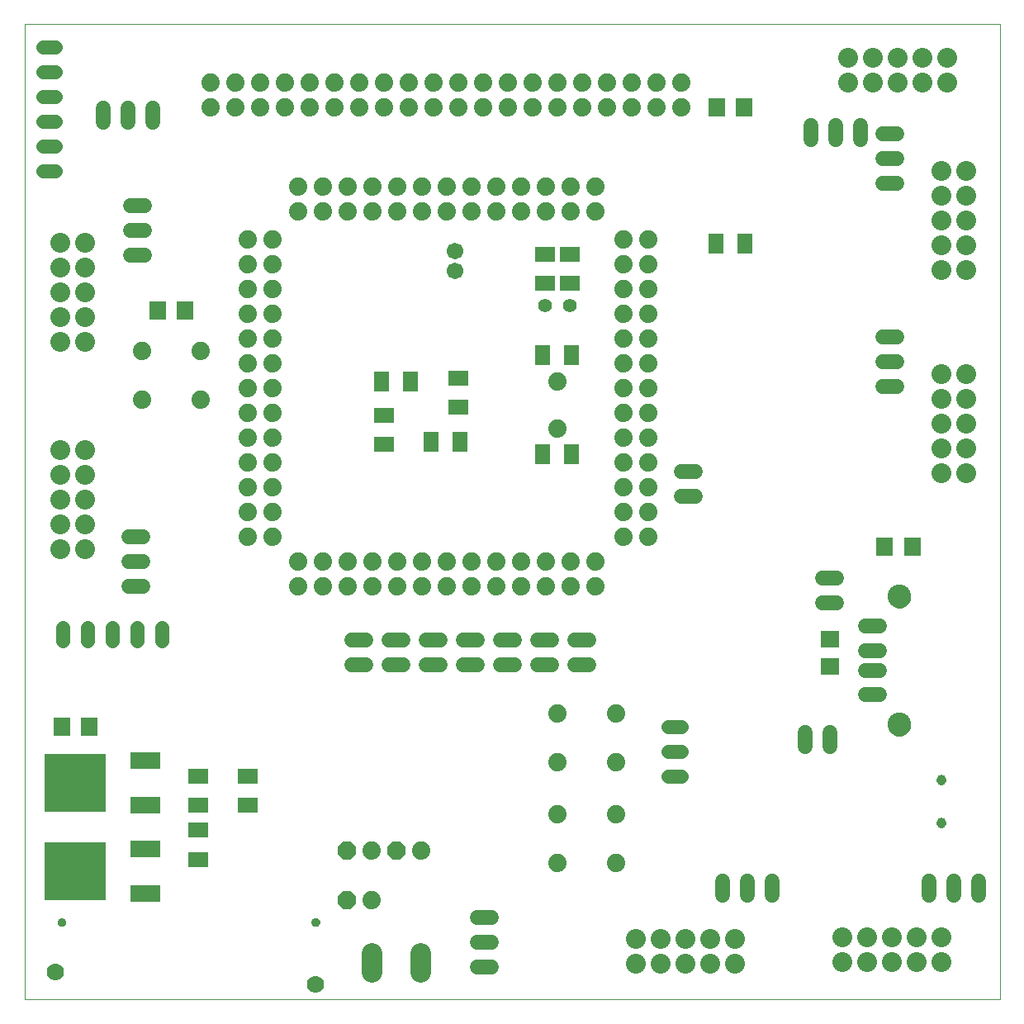
<source format=gbs>
G75*
G70*
%OFA0B0*%
%FSLAX24Y24*%
%IPPOS*%
%LPD*%
%AMOC8*
5,1,8,0,0,1.08239X$1,22.5*
%
%ADD10C,0.0000*%
%ADD11C,0.0740*%
%ADD12R,0.0670X0.0750*%
%ADD13C,0.0820*%
%ADD14R,0.2481X0.2323*%
%ADD15R,0.1221X0.0670*%
%ADD16OC8,0.0740*%
%ADD17C,0.0560*%
%ADD18R,0.0631X0.0827*%
%ADD19R,0.0827X0.0631*%
%ADD20C,0.0394*%
%ADD21C,0.0614*%
%ADD22C,0.0946*%
%ADD23C,0.0600*%
%ADD24C,0.0670*%
%ADD25C,0.0700*%
%ADD26C,0.0355*%
%ADD27C,0.0560*%
%ADD28C,0.0800*%
%ADD29R,0.0750X0.0670*%
D10*
X001089Y000191D02*
X001089Y039562D01*
X040459Y039562D01*
X040459Y000191D01*
X001089Y000191D01*
X002432Y003316D02*
X002434Y003341D01*
X002440Y003365D01*
X002449Y003387D01*
X002462Y003408D01*
X002478Y003427D01*
X002497Y003443D01*
X002518Y003456D01*
X002540Y003465D01*
X002564Y003471D01*
X002589Y003473D01*
X002614Y003471D01*
X002638Y003465D01*
X002660Y003456D01*
X002681Y003443D01*
X002700Y003427D01*
X002716Y003408D01*
X002729Y003387D01*
X002738Y003365D01*
X002744Y003341D01*
X002746Y003316D01*
X002744Y003291D01*
X002738Y003267D01*
X002729Y003245D01*
X002716Y003224D01*
X002700Y003205D01*
X002681Y003189D01*
X002660Y003176D01*
X002638Y003167D01*
X002614Y003161D01*
X002589Y003159D01*
X002564Y003161D01*
X002540Y003167D01*
X002518Y003176D01*
X002497Y003189D01*
X002478Y003205D01*
X002462Y003224D01*
X002449Y003245D01*
X002440Y003267D01*
X002434Y003291D01*
X002432Y003316D01*
X012682Y003316D02*
X012684Y003341D01*
X012690Y003365D01*
X012699Y003387D01*
X012712Y003408D01*
X012728Y003427D01*
X012747Y003443D01*
X012768Y003456D01*
X012790Y003465D01*
X012814Y003471D01*
X012839Y003473D01*
X012864Y003471D01*
X012888Y003465D01*
X012910Y003456D01*
X012931Y003443D01*
X012950Y003427D01*
X012966Y003408D01*
X012979Y003387D01*
X012988Y003365D01*
X012994Y003341D01*
X012996Y003316D01*
X012994Y003291D01*
X012988Y003267D01*
X012979Y003245D01*
X012966Y003224D01*
X012950Y003205D01*
X012931Y003189D01*
X012910Y003176D01*
X012888Y003167D01*
X012864Y003161D01*
X012839Y003159D01*
X012814Y003161D01*
X012790Y003167D01*
X012768Y003176D01*
X012747Y003189D01*
X012728Y003205D01*
X012712Y003224D01*
X012699Y003245D01*
X012690Y003267D01*
X012684Y003291D01*
X012682Y003316D01*
X035948Y011292D02*
X035950Y011334D01*
X035956Y011376D01*
X035966Y011418D01*
X035979Y011458D01*
X035997Y011497D01*
X036018Y011534D01*
X036042Y011568D01*
X036070Y011601D01*
X036100Y011631D01*
X036133Y011657D01*
X036168Y011681D01*
X036206Y011701D01*
X036245Y011717D01*
X036285Y011730D01*
X036327Y011739D01*
X036369Y011744D01*
X036412Y011745D01*
X036454Y011742D01*
X036496Y011735D01*
X036537Y011724D01*
X036577Y011709D01*
X036615Y011691D01*
X036652Y011669D01*
X036686Y011644D01*
X036718Y011616D01*
X036746Y011585D01*
X036772Y011551D01*
X036795Y011515D01*
X036814Y011478D01*
X036830Y011438D01*
X036842Y011397D01*
X036850Y011356D01*
X036854Y011313D01*
X036854Y011271D01*
X036850Y011228D01*
X036842Y011187D01*
X036830Y011146D01*
X036814Y011106D01*
X036795Y011069D01*
X036772Y011033D01*
X036746Y010999D01*
X036718Y010968D01*
X036686Y010940D01*
X036652Y010915D01*
X036615Y010893D01*
X036577Y010875D01*
X036537Y010860D01*
X036496Y010849D01*
X036454Y010842D01*
X036412Y010839D01*
X036369Y010840D01*
X036327Y010845D01*
X036285Y010854D01*
X036245Y010867D01*
X036206Y010883D01*
X036168Y010903D01*
X036133Y010927D01*
X036100Y010953D01*
X036070Y010983D01*
X036042Y011016D01*
X036018Y011050D01*
X035997Y011087D01*
X035979Y011126D01*
X035966Y011166D01*
X035956Y011208D01*
X035950Y011250D01*
X035948Y011292D01*
X037912Y009058D02*
X037914Y009084D01*
X037920Y009110D01*
X037930Y009135D01*
X037943Y009158D01*
X037959Y009178D01*
X037979Y009196D01*
X038001Y009211D01*
X038024Y009223D01*
X038050Y009231D01*
X038076Y009235D01*
X038102Y009235D01*
X038128Y009231D01*
X038154Y009223D01*
X038178Y009211D01*
X038199Y009196D01*
X038219Y009178D01*
X038235Y009158D01*
X038248Y009135D01*
X038258Y009110D01*
X038264Y009084D01*
X038266Y009058D01*
X038264Y009032D01*
X038258Y009006D01*
X038248Y008981D01*
X038235Y008958D01*
X038219Y008938D01*
X038199Y008920D01*
X038177Y008905D01*
X038154Y008893D01*
X038128Y008885D01*
X038102Y008881D01*
X038076Y008881D01*
X038050Y008885D01*
X038024Y008893D01*
X038000Y008905D01*
X037979Y008920D01*
X037959Y008938D01*
X037943Y008958D01*
X037930Y008981D01*
X037920Y009006D01*
X037914Y009032D01*
X037912Y009058D01*
X037912Y007325D02*
X037914Y007351D01*
X037920Y007377D01*
X037930Y007402D01*
X037943Y007425D01*
X037959Y007445D01*
X037979Y007463D01*
X038001Y007478D01*
X038024Y007490D01*
X038050Y007498D01*
X038076Y007502D01*
X038102Y007502D01*
X038128Y007498D01*
X038154Y007490D01*
X038178Y007478D01*
X038199Y007463D01*
X038219Y007445D01*
X038235Y007425D01*
X038248Y007402D01*
X038258Y007377D01*
X038264Y007351D01*
X038266Y007325D01*
X038264Y007299D01*
X038258Y007273D01*
X038248Y007248D01*
X038235Y007225D01*
X038219Y007205D01*
X038199Y007187D01*
X038177Y007172D01*
X038154Y007160D01*
X038128Y007152D01*
X038102Y007148D01*
X038076Y007148D01*
X038050Y007152D01*
X038024Y007160D01*
X038000Y007172D01*
X037979Y007187D01*
X037959Y007205D01*
X037943Y007225D01*
X037930Y007248D01*
X037920Y007273D01*
X037914Y007299D01*
X037912Y007325D01*
X035948Y016466D02*
X035950Y016508D01*
X035956Y016550D01*
X035966Y016592D01*
X035979Y016632D01*
X035997Y016671D01*
X036018Y016708D01*
X036042Y016742D01*
X036070Y016775D01*
X036100Y016805D01*
X036133Y016831D01*
X036168Y016855D01*
X036206Y016875D01*
X036245Y016891D01*
X036285Y016904D01*
X036327Y016913D01*
X036369Y016918D01*
X036412Y016919D01*
X036454Y016916D01*
X036496Y016909D01*
X036537Y016898D01*
X036577Y016883D01*
X036615Y016865D01*
X036652Y016843D01*
X036686Y016818D01*
X036718Y016790D01*
X036746Y016759D01*
X036772Y016725D01*
X036795Y016689D01*
X036814Y016652D01*
X036830Y016612D01*
X036842Y016571D01*
X036850Y016530D01*
X036854Y016487D01*
X036854Y016445D01*
X036850Y016402D01*
X036842Y016361D01*
X036830Y016320D01*
X036814Y016280D01*
X036795Y016243D01*
X036772Y016207D01*
X036746Y016173D01*
X036718Y016142D01*
X036686Y016114D01*
X036652Y016089D01*
X036615Y016067D01*
X036577Y016049D01*
X036537Y016034D01*
X036496Y016023D01*
X036454Y016016D01*
X036412Y016013D01*
X036369Y016014D01*
X036327Y016019D01*
X036285Y016028D01*
X036245Y016041D01*
X036206Y016057D01*
X036168Y016077D01*
X036133Y016101D01*
X036100Y016127D01*
X036070Y016157D01*
X036042Y016190D01*
X036018Y016224D01*
X035997Y016261D01*
X035979Y016300D01*
X035966Y016340D01*
X035956Y016382D01*
X035950Y016424D01*
X035948Y016466D01*
D11*
X026279Y018877D03*
X025279Y018877D03*
X025279Y019877D03*
X025279Y020877D03*
X026279Y020877D03*
X026279Y019877D03*
X026279Y021877D03*
X026279Y022877D03*
X025279Y022877D03*
X025279Y021877D03*
X025279Y023877D03*
X025279Y024877D03*
X026279Y024877D03*
X026279Y023877D03*
X026279Y025877D03*
X026279Y026877D03*
X025279Y026877D03*
X025279Y025877D03*
X025279Y027877D03*
X025279Y028877D03*
X026279Y028877D03*
X026279Y027877D03*
X026279Y029877D03*
X026279Y030877D03*
X025279Y030877D03*
X025279Y029877D03*
X024153Y032006D03*
X023153Y032006D03*
X022153Y032006D03*
X021153Y032006D03*
X020153Y032006D03*
X019153Y032006D03*
X018153Y032006D03*
X017153Y032006D03*
X016153Y032006D03*
X015153Y032006D03*
X014153Y032006D03*
X013153Y032006D03*
X012153Y032006D03*
X012153Y033006D03*
X013153Y033006D03*
X014153Y033006D03*
X015153Y033006D03*
X016153Y033006D03*
X017153Y033006D03*
X018153Y033006D03*
X019153Y033006D03*
X020153Y033006D03*
X021153Y033006D03*
X022153Y033006D03*
X023153Y033006D03*
X024153Y033006D03*
X024589Y036191D03*
X024589Y037191D03*
X023589Y037191D03*
X023589Y036191D03*
X022589Y036191D03*
X022589Y037191D03*
X021589Y037191D03*
X021589Y036191D03*
X020589Y036191D03*
X020589Y037191D03*
X019589Y037191D03*
X019589Y036191D03*
X018589Y036191D03*
X018589Y037191D03*
X017589Y037191D03*
X017589Y036191D03*
X016589Y036191D03*
X016589Y037191D03*
X015589Y037191D03*
X015589Y036191D03*
X014589Y036191D03*
X014589Y037191D03*
X013589Y037191D03*
X013589Y036191D03*
X012589Y036191D03*
X012589Y037191D03*
X011589Y037191D03*
X011589Y036191D03*
X010589Y036191D03*
X010589Y037191D03*
X009589Y037191D03*
X009589Y036191D03*
X008589Y036191D03*
X008589Y037191D03*
X010092Y030877D03*
X010092Y029877D03*
X011092Y029877D03*
X011092Y030877D03*
X011092Y028877D03*
X011092Y027877D03*
X010092Y027877D03*
X010092Y028877D03*
X010092Y026877D03*
X010092Y025877D03*
X011092Y025877D03*
X011092Y026877D03*
X011092Y024877D03*
X011092Y023877D03*
X010092Y023877D03*
X010092Y024877D03*
X008206Y024399D03*
X010092Y022877D03*
X010092Y021877D03*
X011092Y021877D03*
X011092Y022877D03*
X011092Y020877D03*
X011092Y019877D03*
X010092Y019877D03*
X010092Y020877D03*
X010092Y018877D03*
X011092Y018877D03*
X012149Y017878D03*
X013149Y017878D03*
X014149Y017878D03*
X015149Y017878D03*
X016149Y017878D03*
X017149Y017878D03*
X018149Y017878D03*
X019149Y017878D03*
X020149Y017878D03*
X021149Y017878D03*
X022149Y017878D03*
X023149Y017878D03*
X024149Y017878D03*
X024149Y016878D03*
X023149Y016878D03*
X022149Y016878D03*
X021149Y016878D03*
X020149Y016878D03*
X019149Y016878D03*
X018149Y016878D03*
X017149Y016878D03*
X016149Y016878D03*
X015149Y016878D03*
X014149Y016878D03*
X013149Y016878D03*
X012149Y016878D03*
X005846Y024399D03*
X005846Y026359D03*
X008206Y026359D03*
X022589Y025141D03*
X022589Y023241D03*
X022596Y011734D03*
X022596Y009774D03*
X022596Y007671D03*
X022596Y005711D03*
X024956Y005711D03*
X024956Y007671D03*
X024956Y009774D03*
X024956Y011734D03*
X017089Y006191D03*
X015089Y006191D03*
X015089Y004191D03*
X025589Y036191D03*
X026589Y036191D03*
X027589Y036191D03*
X027589Y037191D03*
X026589Y037191D03*
X025589Y037191D03*
D12*
X029029Y036191D03*
X030148Y036191D03*
X035810Y018473D03*
X036930Y018473D03*
X007586Y028004D03*
X006466Y028004D03*
X003711Y011191D03*
X002591Y011191D03*
D13*
X015099Y002081D02*
X015099Y001301D01*
X017079Y001301D02*
X017079Y002081D01*
D14*
X003151Y005379D03*
X003151Y008941D03*
D15*
X005978Y008044D03*
X005978Y009839D03*
X005978Y006277D03*
X005978Y004481D03*
D16*
X014089Y004191D03*
X014089Y006191D03*
X016089Y006191D03*
D17*
X022089Y028191D03*
X023089Y028191D03*
D18*
X023179Y026191D03*
X021998Y026191D03*
X018679Y022691D03*
X017498Y022691D03*
X016679Y025129D03*
X015498Y025129D03*
X021998Y022191D03*
X023179Y022191D03*
X028998Y030691D03*
X030179Y030691D03*
D19*
X023089Y030282D03*
X022089Y030282D03*
X022089Y029101D03*
X023089Y029101D03*
X018589Y025282D03*
X018589Y024101D03*
X015589Y023782D03*
X015589Y022601D03*
X010088Y009220D03*
X010088Y008038D03*
X008089Y008038D03*
X008088Y007032D03*
X008088Y005851D03*
X008089Y009220D03*
D20*
X038089Y009058D03*
X038089Y007325D03*
D21*
X035621Y012501D02*
X035047Y012501D01*
X035047Y013485D02*
X035621Y013485D01*
X035621Y014273D02*
X035047Y014273D01*
X035047Y015257D02*
X035621Y015257D01*
D22*
X036401Y016466D03*
X036401Y011292D03*
D23*
X033589Y010971D02*
X033589Y010411D01*
X032589Y010411D02*
X032589Y010971D01*
X033309Y016191D02*
X033869Y016191D01*
X033869Y017191D02*
X033309Y017191D01*
X028181Y020504D02*
X027621Y020504D01*
X027621Y021504D02*
X028181Y021504D01*
X023869Y014691D02*
X023309Y014691D01*
X022369Y014691D02*
X021809Y014691D01*
X020869Y014691D02*
X020309Y014691D01*
X019369Y014691D02*
X018809Y014691D01*
X017869Y014691D02*
X017309Y014691D01*
X016369Y014691D02*
X015809Y014691D01*
X014869Y014691D02*
X014309Y014691D01*
X014309Y013691D02*
X014869Y013691D01*
X015809Y013691D02*
X016369Y013691D01*
X017309Y013691D02*
X017869Y013691D01*
X018809Y013691D02*
X019369Y013691D01*
X020309Y013691D02*
X020869Y013691D01*
X021809Y013691D02*
X022369Y013691D01*
X023309Y013691D02*
X023869Y013691D01*
X029276Y004971D02*
X029276Y004411D01*
X030276Y004411D02*
X030276Y004971D01*
X031276Y004971D02*
X031276Y004411D01*
X037589Y004411D02*
X037589Y004971D01*
X038589Y004971D02*
X038589Y004411D01*
X039589Y004411D02*
X039589Y004971D01*
X019931Y003504D02*
X019371Y003504D01*
X019371Y002504D02*
X019931Y002504D01*
X019931Y001504D02*
X019371Y001504D01*
X005869Y016879D02*
X005309Y016879D01*
X005309Y017879D02*
X005869Y017879D01*
X005869Y018879D02*
X005309Y018879D01*
X005371Y030254D02*
X005931Y030254D01*
X005931Y031254D02*
X005371Y031254D01*
X005371Y032254D02*
X005931Y032254D01*
X006276Y035599D02*
X006276Y036159D01*
X005276Y036159D02*
X005276Y035599D01*
X004276Y035599D02*
X004276Y036159D01*
X032839Y035471D02*
X032839Y034911D01*
X033839Y034911D02*
X033839Y035471D01*
X034839Y035471D02*
X034839Y034911D01*
X035746Y035129D02*
X036306Y035129D01*
X036306Y034129D02*
X035746Y034129D01*
X035746Y033129D02*
X036306Y033129D01*
X036306Y026941D02*
X035746Y026941D01*
X035746Y025941D02*
X036306Y025941D01*
X036306Y024941D02*
X035746Y024941D01*
D24*
X018464Y029604D03*
X018464Y030404D03*
D25*
X002339Y001316D03*
X012839Y000816D03*
D26*
X012839Y003316D03*
X002589Y003316D03*
D27*
X002651Y014681D02*
X002651Y015201D01*
X003651Y015201D02*
X003651Y014681D01*
X004651Y014681D02*
X004651Y015201D01*
X005651Y015201D02*
X005651Y014681D01*
X006651Y014681D02*
X006651Y015201D01*
X002349Y033629D02*
X001829Y033629D01*
X001829Y034629D02*
X002349Y034629D01*
X002349Y035629D02*
X001829Y035629D01*
X001829Y036629D02*
X002349Y036629D01*
X002349Y037629D02*
X001829Y037629D01*
X001829Y038629D02*
X002349Y038629D01*
X027079Y011191D02*
X027599Y011191D01*
X027599Y010191D02*
X027079Y010191D01*
X027079Y009191D02*
X027599Y009191D01*
D28*
X027776Y002629D03*
X027776Y001629D03*
X028776Y001629D03*
X028776Y002629D03*
X029776Y002629D03*
X029776Y001629D03*
X026776Y001629D03*
X025776Y001629D03*
X025776Y002629D03*
X026776Y002629D03*
X034089Y002691D03*
X034089Y001691D03*
X035089Y001691D03*
X036089Y001691D03*
X036089Y002691D03*
X035089Y002691D03*
X037089Y002691D03*
X037089Y001691D03*
X038089Y001691D03*
X038089Y002691D03*
X038089Y021441D03*
X038089Y022441D03*
X039089Y022441D03*
X039089Y021441D03*
X039089Y023441D03*
X039089Y024441D03*
X039089Y025441D03*
X038089Y025441D03*
X038089Y024441D03*
X038089Y023441D03*
X038089Y029629D03*
X039089Y029629D03*
X039089Y030629D03*
X039089Y031629D03*
X039089Y032629D03*
X039089Y033629D03*
X038089Y033629D03*
X038089Y032629D03*
X038089Y031629D03*
X038089Y030629D03*
X038339Y037191D03*
X037339Y037191D03*
X037339Y038191D03*
X038339Y038191D03*
X036339Y038191D03*
X035339Y038191D03*
X035339Y037191D03*
X036339Y037191D03*
X034339Y037191D03*
X034339Y038191D03*
X003526Y030754D03*
X002526Y030754D03*
X002526Y029754D03*
X002526Y028754D03*
X003526Y028754D03*
X003526Y029754D03*
X003526Y027754D03*
X002526Y027754D03*
X002526Y026754D03*
X003526Y026754D03*
X003526Y022379D03*
X002526Y022379D03*
X002526Y021379D03*
X002526Y020379D03*
X003526Y020379D03*
X003526Y021379D03*
X003526Y019379D03*
X003526Y018379D03*
X002526Y018379D03*
X002526Y019379D03*
D29*
X033589Y014751D03*
X033589Y013632D03*
M02*

</source>
